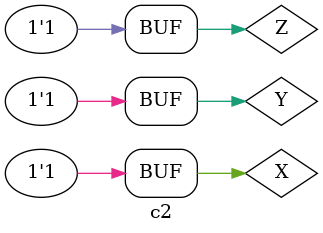
<source format=v>
module PoS (output S1, output S2, input X, Y, Z); // MAXTERMOS
// M 5 6 7
assign S1 = (~X & ~Y & Z) | (~X & Y & ~Z) | (X & ~Y & ~Z) | (X & Y & Z);
assign S2 = (~Y | Z) & (Y | ~Z);
endmodule // PoS

module c2;
reg X, Y, Z;
wire S1, S2;
// instancias
PoS POS1(S1, S2, X, Y, Z);
// valores iniciais
initial begin: start
X=1'bx; Y=1'bx; Z=1'bx;// indefinidos
end
// parte principal
initial begin: main
// identificacao
$display("Produto da Soma");
// monitoramento
$display(" X  Y  Z =   nao_simpl  simpl ");
$monitor("%2b %2b %2b =\t%2b \t %2b", X, Y, Z, S1, S2);
// sinalizacao
#1 X=0; Y=0; Z =0;
#1 X=0; Y=0; Z =1;
#1 X=0; Y=1; Z =0;
#1 X=0; Y=1; Z =1;
#1 X=1; Y=0; Z =0;
#1 X=1; Y=0; Z =1;
#1 X=1; Y=1; Z =0;
#1 X=1; Y=1; Z =1;
end
endmodule // test_module
</source>
